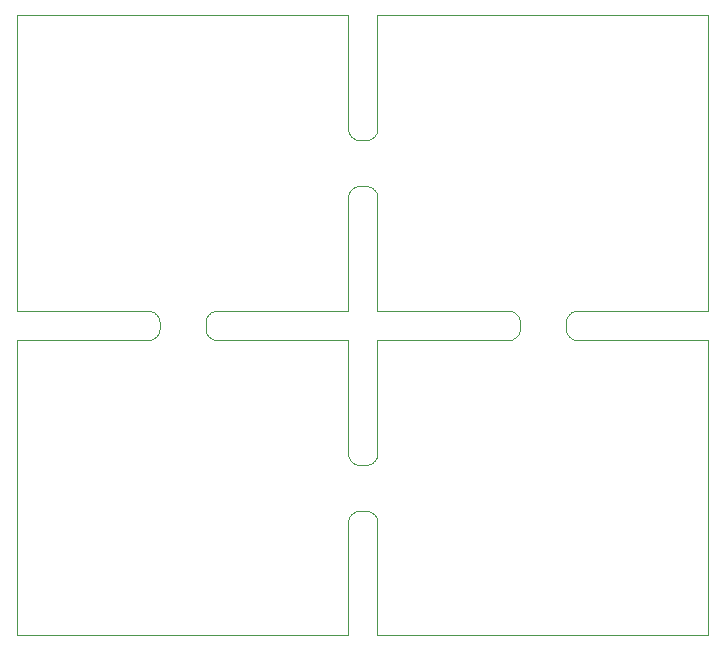
<source format=gko>
%MOIN*%
%OFA0B0*%
%FSLAX44Y44*%
%IPPOS*%
%LPD*%
%ADD10C,0*%
D10*
X00011023Y00006081D02*
X00011023Y00006081D01*
X00011023Y00009842D01*
X00006671Y00009842D01*
X00006640Y00009843D01*
X00006609Y00009847D01*
X00006579Y00009853D01*
X00006549Y00009861D01*
X00006520Y00009872D01*
X00006492Y00009885D01*
X00006465Y00009900D01*
X00006440Y00009917D01*
X00006415Y00009936D01*
X00006393Y00009957D01*
X00006372Y00009980D01*
X00006353Y00010004D01*
X00006335Y00010030D01*
X00006320Y00010057D01*
X00006307Y00010085D01*
X00006297Y00010114D01*
X00006288Y00010144D01*
X00006282Y00010174D01*
X00006279Y00010205D01*
X00006277Y00010236D01*
X00006277Y00010433D01*
X00006279Y00010463D01*
X00006282Y00010494D01*
X00006288Y00010524D01*
X00006297Y00010554D01*
X00006307Y00010583D01*
X00006320Y00010611D01*
X00006335Y00010638D01*
X00006353Y00010664D01*
X00006372Y00010688D01*
X00006393Y00010711D01*
X00006415Y00010732D01*
X00006440Y00010751D01*
X00006465Y00010768D01*
X00006492Y00010783D01*
X00006520Y00010796D01*
X00006549Y00010807D01*
X00006579Y00010815D01*
X00006609Y00010821D01*
X00006640Y00010825D01*
X00006671Y00010826D01*
X00011023Y00010826D01*
X00011023Y00014588D01*
X00011024Y00014619D01*
X00011028Y00014649D01*
X00011034Y00014680D01*
X00011042Y00014709D01*
X00011053Y00014738D01*
X00011066Y00014767D01*
X00011081Y00014793D01*
X00011098Y00014819D01*
X00011117Y00014843D01*
X00011138Y00014866D01*
X00011161Y00014887D01*
X00011185Y00014906D01*
X00011211Y00014923D01*
X00011238Y00014939D01*
X00011266Y00014952D01*
X00011295Y00014962D01*
X00011325Y00014971D01*
X00011355Y00014977D01*
X00011386Y00014980D01*
X00011417Y00014981D01*
X00011614Y00014981D01*
X00011645Y00014980D01*
X00011675Y00014977D01*
X00011706Y00014971D01*
X00011735Y00014962D01*
X00011764Y00014952D01*
X00011792Y00014939D01*
X00011819Y00014923D01*
X00011845Y00014906D01*
X00011869Y00014887D01*
X00011892Y00014866D01*
X00011913Y00014843D01*
X00011932Y00014819D01*
X00011949Y00014793D01*
X00011964Y00014767D01*
X00011977Y00014738D01*
X00011988Y00014709D01*
X00011996Y00014680D01*
X00012003Y00014649D01*
X00012006Y00014619D01*
X00012007Y00014588D01*
X00012007Y00010826D01*
X00016359Y00010826D01*
X00016390Y00010825D01*
X00016421Y00010821D01*
X00016451Y00010815D01*
X00016481Y00010807D01*
X00016510Y00010796D01*
X00016538Y00010783D01*
X00016565Y00010768D01*
X00016591Y00010751D01*
X00016615Y00010732D01*
X00016638Y00010711D01*
X00016659Y00010688D01*
X00016678Y00010664D01*
X00016695Y00010638D01*
X00016710Y00010611D01*
X00016723Y00010583D01*
X00016734Y00010554D01*
X00016742Y00010524D01*
X00016748Y00010494D01*
X00016752Y00010463D01*
X00016753Y00010433D01*
X00016753Y00010236D01*
X00016752Y00010205D01*
X00016748Y00010174D01*
X00016742Y00010144D01*
X00016734Y00010114D01*
X00016723Y00010085D01*
X00016710Y00010057D01*
X00016695Y00010030D01*
X00016678Y00010004D01*
X00016659Y00009980D01*
X00016638Y00009957D01*
X00016615Y00009936D01*
X00016591Y00009917D01*
X00016565Y00009900D01*
X00016538Y00009885D01*
X00016510Y00009872D01*
X00016481Y00009861D01*
X00016451Y00009853D01*
X00016421Y00009847D01*
X00016390Y00009843D01*
X00016359Y00009842D01*
X00012007Y00009842D01*
X00012007Y00006081D01*
X00012006Y00006050D01*
X00012003Y00006019D01*
X00011996Y00005989D01*
X00011988Y00005959D01*
X00011977Y00005930D01*
X00011964Y00005902D01*
X00011949Y00005875D01*
X00011932Y00005849D01*
X00011913Y00005825D01*
X00011892Y00005802D01*
X00011869Y00005781D01*
X00011845Y00005762D01*
X00011819Y00005745D01*
X00011792Y00005730D01*
X00011764Y00005717D01*
X00011735Y00005706D01*
X00011706Y00005698D01*
X00011675Y00005692D01*
X00011645Y00005688D01*
X00011614Y00005687D01*
X00011417Y00005687D01*
X00011386Y00005688D01*
X00011355Y00005692D01*
X00011325Y00005698D01*
X00011295Y00005706D01*
X00011266Y00005717D01*
X00011238Y00005730D01*
X00011211Y00005745D01*
X00011185Y00005762D01*
X00011161Y00005781D01*
X00011138Y00005802D01*
X00011117Y00005825D01*
X00011098Y00005849D01*
X00011081Y00005875D01*
X00011066Y00005902D01*
X00011053Y00005930D01*
X00011042Y00005959D01*
X00011034Y00005989D01*
X00011028Y00006019D01*
X00011024Y00006050D01*
X00011023Y00006081D01*
X00000000Y00009842D02*
X00000000Y00009842D01*
X00000000Y00000000D01*
X00011023Y00000000D01*
X00011023Y00003761D01*
X00011024Y00003792D01*
X00011028Y00003823D01*
X00011034Y00003853D01*
X00011042Y00003883D01*
X00011053Y00003912D01*
X00011066Y00003940D01*
X00011081Y00003967D01*
X00011098Y00003992D01*
X00011117Y00004017D01*
X00011138Y00004039D01*
X00011161Y00004060D01*
X00011185Y00004080D01*
X00011211Y00004097D01*
X00011238Y00004112D01*
X00011266Y00004125D01*
X00011295Y00004135D01*
X00011325Y00004144D01*
X00011355Y00004150D01*
X00011386Y00004153D01*
X00011417Y00004155D01*
X00011614Y00004155D01*
X00011645Y00004153D01*
X00011675Y00004150D01*
X00011706Y00004144D01*
X00011735Y00004135D01*
X00011764Y00004125D01*
X00011792Y00004112D01*
X00011819Y00004097D01*
X00011845Y00004080D01*
X00011869Y00004060D01*
X00011892Y00004039D01*
X00011913Y00004017D01*
X00011932Y00003992D01*
X00011949Y00003967D01*
X00011964Y00003940D01*
X00011977Y00003912D01*
X00011988Y00003883D01*
X00011996Y00003853D01*
X00012003Y00003823D01*
X00012006Y00003792D01*
X00012007Y00003761D01*
X00012007Y00000000D01*
X00023031Y00000000D01*
X00023031Y00009842D01*
X00018679Y00009842D01*
X00018648Y00009843D01*
X00018617Y00009847D01*
X00018587Y00009853D01*
X00018557Y00009861D01*
X00018528Y00009872D01*
X00018500Y00009885D01*
X00018473Y00009900D01*
X00018448Y00009917D01*
X00018423Y00009936D01*
X00018401Y00009957D01*
X00018380Y00009980D01*
X00018360Y00010004D01*
X00018343Y00010030D01*
X00018328Y00010057D01*
X00018315Y00010085D01*
X00018305Y00010114D01*
X00018296Y00010144D01*
X00018290Y00010174D01*
X00018286Y00010205D01*
X00018285Y00010236D01*
X00018285Y00010433D01*
X00018286Y00010463D01*
X00018290Y00010494D01*
X00018296Y00010524D01*
X00018305Y00010554D01*
X00018315Y00010583D01*
X00018328Y00010611D01*
X00018343Y00010638D01*
X00018360Y00010664D01*
X00018380Y00010688D01*
X00018401Y00010711D01*
X00018423Y00010732D01*
X00018448Y00010751D01*
X00018473Y00010768D01*
X00018500Y00010783D01*
X00018528Y00010796D01*
X00018557Y00010807D01*
X00018587Y00010815D01*
X00018617Y00010821D01*
X00018648Y00010825D01*
X00018679Y00010826D01*
X00023031Y00010826D01*
X00023031Y00020669D01*
X00012007Y00020669D01*
X00012007Y00016907D01*
X00012006Y00016876D01*
X00012003Y00016846D01*
X00011996Y00016815D01*
X00011988Y00016786D01*
X00011977Y00016757D01*
X00011964Y00016729D01*
X00011949Y00016702D01*
X00011932Y00016676D01*
X00011913Y00016652D01*
X00011892Y00016629D01*
X00011869Y00016608D01*
X00011845Y00016589D01*
X00011819Y00016572D01*
X00011792Y00016556D01*
X00011764Y00016544D01*
X00011735Y00016533D01*
X00011706Y00016524D01*
X00011675Y00016518D01*
X00011645Y00016515D01*
X00011614Y00016514D01*
X00011417Y00016514D01*
X00011386Y00016515D01*
X00011355Y00016518D01*
X00011325Y00016524D01*
X00011295Y00016533D01*
X00011266Y00016544D01*
X00011238Y00016556D01*
X00011211Y00016572D01*
X00011185Y00016589D01*
X00011161Y00016608D01*
X00011138Y00016629D01*
X00011117Y00016652D01*
X00011098Y00016676D01*
X00011081Y00016702D01*
X00011066Y00016729D01*
X00011053Y00016757D01*
X00011042Y00016786D01*
X00011034Y00016815D01*
X00011028Y00016846D01*
X00011024Y00016876D01*
X00011023Y00016907D01*
X00011023Y00020669D01*
X00000000Y00020669D01*
X00000000Y00010826D01*
X00004352Y00010826D01*
X00004382Y00010825D01*
X00004413Y00010821D01*
X00004443Y00010815D01*
X00004473Y00010807D01*
X00004502Y00010796D01*
X00004530Y00010783D01*
X00004557Y00010768D01*
X00004583Y00010751D01*
X00004607Y00010732D01*
X00004630Y00010711D01*
X00004651Y00010688D01*
X00004670Y00010664D01*
X00004687Y00010638D01*
X00004702Y00010611D01*
X00004715Y00010583D01*
X00004726Y00010554D01*
X00004734Y00010524D01*
X00004740Y00010494D01*
X00004744Y00010463D01*
X00004745Y00010433D01*
X00004745Y00010236D01*
X00004744Y00010205D01*
X00004740Y00010174D01*
X00004734Y00010144D01*
X00004726Y00010114D01*
X00004715Y00010085D01*
X00004702Y00010057D01*
X00004687Y00010030D01*
X00004670Y00010004D01*
X00004651Y00009980D01*
X00004630Y00009957D01*
X00004607Y00009936D01*
X00004583Y00009917D01*
X00004557Y00009900D01*
X00004530Y00009885D01*
X00004502Y00009872D01*
X00004473Y00009861D01*
X00004443Y00009853D01*
X00004413Y00009847D01*
X00004382Y00009843D01*
X00004352Y00009842D01*
X00000000Y00009842D01*
M02*
</source>
